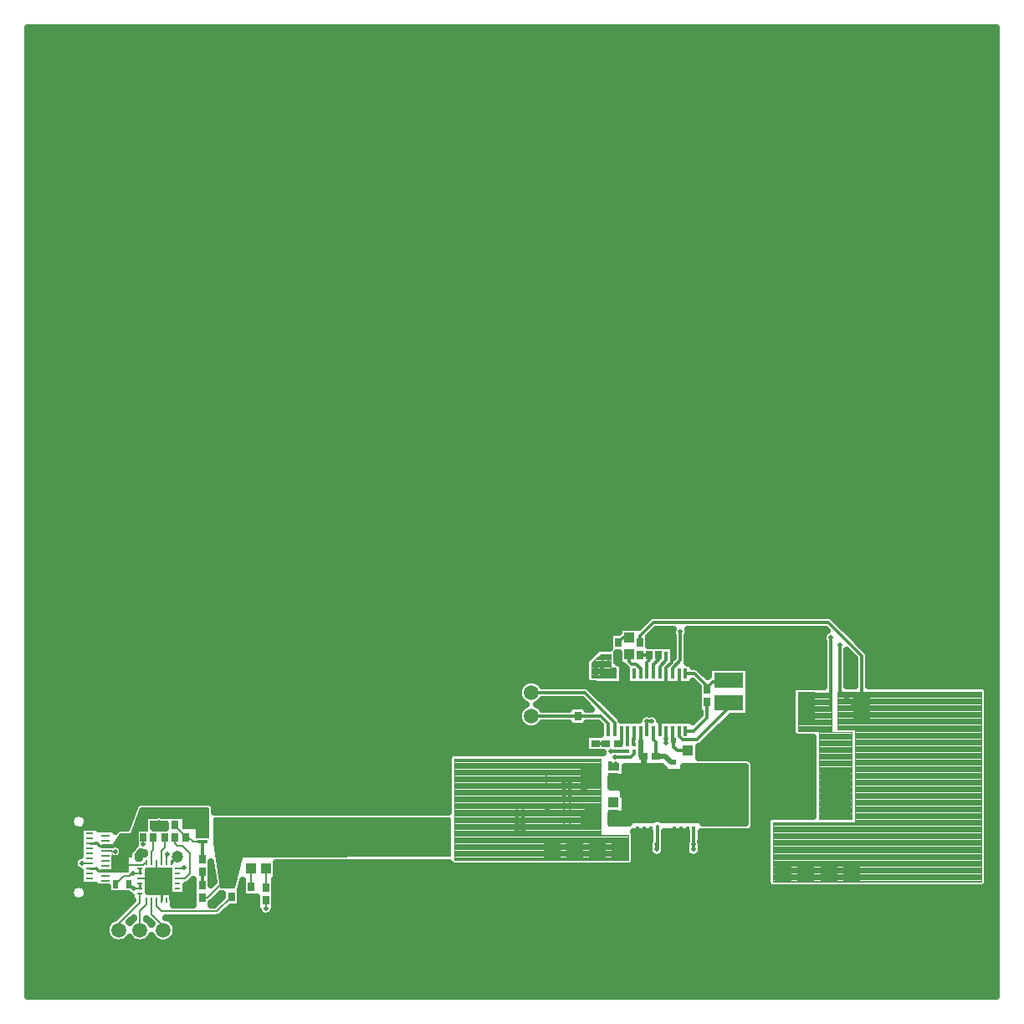
<source format=gbr>
G04 DipTrace 3.3.0.1*
G04 Top.gbr*
%MOIN*%
G04 #@! TF.FileFunction,Copper,L1,Top*
G04 #@! TF.Part,Single*
G04 #@! TA.AperFunction,Conductor*
%ADD10C,0.009843*%
G04 #@! TA.AperFunction,ViaPad*
%ADD14C,0.019685*%
G04 #@! TA.AperFunction,Conductor*
%ADD15C,0.011811*%
%ADD16C,0.023622*%
%ADD17C,0.007874*%
%ADD18C,0.01063*%
G04 #@! TA.AperFunction,CopperBalancing*
%ADD19C,0.025*%
%ADD20C,0.003937*%
%ADD21C,0.005*%
%ADD22R,0.070866X0.062992*%
%ADD23R,0.027559X0.035433*%
%ADD24R,0.035433X0.027559*%
%ADD25R,0.043307X0.03937*%
%ADD26R,0.014567X0.016142*%
%ADD27R,0.03937X0.043307*%
%ADD29R,0.023622X0.023622*%
%ADD31R,0.019685X0.033465*%
%ADD32R,0.015748X0.035433*%
%ADD33R,0.035433X0.015748*%
%ADD34R,0.122047X0.19685*%
%ADD35R,0.11811X0.059055*%
%ADD36R,0.029921X0.015945*%
%ADD37R,0.038976X0.015945*%
%ADD38R,0.067913X0.087992*%
%ADD39R,0.015945X0.029921*%
%ADD40R,0.015945X0.038976*%
%ADD41R,0.087992X0.067913*%
%ADD42R,0.016142X0.014567*%
%ADD43R,0.070866X0.125984*%
%ADD44C,0.059055*%
%ADD45C,0.047244*%
%ADD46R,0.015748X0.041339*%
%ADD47R,0.216535X0.098425*%
%ADD49R,0.023622X0.009843*%
%ADD50R,0.009843X0.023622*%
%ADD51R,0.106299X0.106299*%
%ADD52R,0.031496X0.01063*%
%ADD53R,0.035433X0.01063*%
G04 #@! TA.AperFunction,ComponentPad*
%ADD54O,0.102362X0.051181*%
%ADD55O,0.090551X0.047244*%
%ADD56O,0.043307X0.064961*%
%FSLAX26Y26*%
G04*
G70*
G90*
G75*
G01*
G04 Top*
%LPD*%
X2754331Y1214911D2*
D14*
X2774016D1*
X2899213Y1527903D2*
D15*
Y1490501D1*
X2900000D1*
X2918898Y1527903D2*
X2899213D1*
X3085039Y1018060D2*
X3085059Y1037745D1*
Y1070423D1*
X3085039Y1037745D2*
X3085059D1*
X2941358Y1090108D2*
Y1037745D1*
X2939370D1*
Y1018060D1*
X2976772Y1441289D2*
Y1459793D1*
Y1490501D1*
X2941358Y1090108D2*
Y1109073D1*
X3087028Y1090108D2*
Y1039734D1*
X3085039Y1037745D1*
X2941358Y1090108D2*
Y1039734D1*
X2939370Y1037745D1*
X2941358Y1090108D2*
Y1020049D1*
X2939370Y1018060D1*
X3087028Y1090108D2*
Y1020049D1*
X3085039Y1018060D1*
X2874409Y1490501D2*
Y1451131D1*
X2876772D1*
D14*
Y1388139D1*
X2884646D1*
D16*
Y1319241D1*
D14*
X2864961Y1299556D1*
X3002362Y1718848D2*
D15*
Y1740501D1*
X3033563Y1771702D1*
Y1884202D1*
X2502312Y1180707D2*
X2505438Y1183833D1*
X2772047Y1718848D2*
X2746457D1*
X2720866D2*
X2746457D1*
X2720866D2*
X2721063Y1762155D1*
X3140157Y1655856D2*
Y1661761D1*
X3137008D1*
Y1671604D1*
X3089764Y1718848D1*
X3053543D1*
X3226772Y1691289D2*
X3222835Y1687352D1*
X3163780D1*
X3140157Y1663730D1*
Y1661761D1*
X3226772Y1601131D2*
Y1581052D1*
X3100787Y1455068D1*
X3042913D1*
X3027953Y1470029D1*
Y1490501D1*
X2787008Y1791682D2*
Y1762549D1*
X2796457Y1753100D1*
Y1720029D1*
X2797638Y1718848D1*
X2823228D2*
X2797638D1*
X2823228D2*
Y1668651D1*
X2887205Y1604675D1*
X2976772Y1718848D2*
Y1624753D1*
X2956693Y1604675D1*
X2887205D1*
X2951181Y1490501D2*
Y1540698D1*
X2887205Y1604675D1*
X3027953Y1718848D2*
Y1662597D1*
X2970030Y1604675D1*
X2887205D1*
X964961Y817273D2*
D10*
Y882234D1*
D15*
X955118Y892076D1*
X1004331Y817273D2*
D17*
Y842864D1*
X982677Y864517D1*
X955118Y892076D1*
X978740Y1116486D2*
D15*
Y1124360D1*
X951181D1*
X943307Y1116486D1*
X931496D1*
X945276Y966879D2*
D17*
Y901919D1*
X955118Y892076D1*
X880315Y901919D2*
X945276D1*
X886220Y1002312D2*
Y994438D1*
X870472Y978690D1*
X955118Y1126328D2*
D15*
X951181Y1124360D1*
X955118Y892076D2*
D3*
X978740Y860580D2*
D17*
X982677Y864517D1*
X2976772Y1825147D2*
D15*
X2992520D1*
X2998425Y1819241D1*
Y1764123D1*
X2976772Y1742470D1*
Y1718848D1*
X3756299Y1583021D2*
Y1789714D1*
X3622441Y1923572D1*
X2925591D1*
X2872047Y1870029D1*
Y1842470D1*
X2848819Y1409793D2*
Y1399950D1*
X2835039Y1386171D1*
X2774016D1*
X3667717Y1831201D2*
Y1647982D1*
X3732677Y1583021D1*
X3756299D1*
X3053543Y1490501D2*
X3087008D1*
X3140157Y1543651D1*
Y1604675D1*
X2976772Y1800738D2*
Y1771997D1*
X2951181Y1746407D1*
Y1718848D1*
X2945276Y1791682D2*
Y1773966D1*
X2925984Y1754675D1*
Y1719241D1*
X2925591Y1718848D1*
X2874409D2*
Y1738927D1*
X2857087Y1756249D1*
X2839370D1*
X2830709Y1764911D1*
Y1794438D1*
Y1861367D2*
X2805512D1*
X2787008Y1842864D1*
X2821260Y1409793D2*
X2756299D1*
X3632283Y1862450D2*
Y1583021D1*
X3535827D1*
X3002362Y1490501D2*
Y1451131D1*
X3006299D1*
Y1427509D1*
X3022047Y1411761D1*
X3061417D1*
X2925591Y1490501D2*
Y1457430D1*
X2935827Y1447194D1*
Y1388139D1*
D14*
X2971260D1*
X2994882Y1364517D1*
X3006299D1*
X2772047Y1490501D2*
D15*
Y1523474D1*
X2652312Y1643209D1*
X2439814D1*
X2797638Y1490501D2*
Y1439320D1*
X2785827D1*
X2734646D2*
X2695276D1*
X2872047Y1791289D2*
X2909449D1*
Y1773178D1*
X2900000Y1763730D1*
Y1718848D1*
X2746457Y1490501D2*
Y1520423D1*
X2717323Y1549556D1*
X2624803D1*
X2439911D1*
X2439812Y1549458D1*
X2848819Y1490501D2*
Y1457037D1*
X2846850Y1455068D1*
Y1434202D1*
X2848819D1*
X2822441Y1455068D2*
X2821654D1*
Y1488927D1*
X2823228Y1490501D1*
X2822441Y1455068D2*
Y1434202D1*
X2821260D1*
X679528Y943257D2*
D18*
X705118D1*
D15*
X714961Y933415D1*
D18*
X742520D1*
X679528Y1041682D2*
X701181D1*
D15*
X709055D1*
X718898Y1031840D1*
D18*
X742520D1*
X905906Y966879D2*
D17*
X903937D1*
X894094Y957037D1*
X823228D1*
X880315Y921604D2*
D10*
Y941289D1*
X781890Y1010186D2*
D17*
X768110D1*
X766142Y1012155D1*
X742520D1*
X852756Y921604D2*
X880315D1*
Y941289D1*
X852756Y921604D2*
X846850D1*
X838976Y913730D1*
X817318D1*
X783853Y880265D1*
X880315Y882234D2*
D10*
Y862549D1*
X856693D2*
D17*
X880315D1*
X679528Y962942D2*
X648031D1*
X835039Y880265D2*
D15*
X838976D1*
D17*
X856693Y862549D1*
X1018110Y1116486D2*
Y1112549D1*
X1065354Y1065304D1*
X1063386D1*
X1073228D1*
X1090965Y1047568D1*
X1127559D1*
D15*
Y981446D1*
D17*
X1128346Y980659D1*
X1018110Y1065304D2*
Y1043651D1*
X1029921Y1031840D1*
X1049606D1*
X1079134Y1002312D1*
Y921604D1*
X1059449Y901919D1*
X1029921D1*
X1128346Y929478D2*
D15*
Y876328D1*
Y825147D2*
D17*
X1148031D1*
X1203150Y880265D1*
X1244488D1*
X945276Y817273D2*
Y791682D1*
X964961Y771997D1*
X1187402D1*
X1244488Y829084D1*
X978740Y1065304D2*
Y1025934D1*
X964961Y1012155D1*
Y966879D1*
X931496Y1065304D2*
Y1016092D1*
X925591Y1010186D1*
Y966879D1*
X894094Y1065304D2*
Y1037745D1*
X1055512Y947194D2*
Y941289D1*
X1029921D1*
X1382283Y943257D2*
Y866486D1*
Y815304D2*
Y783808D1*
X988583Y1000344D2*
X984646D1*
Y966879D1*
X1321260Y943257D2*
Y870423D1*
X1323228Y868454D1*
X880315Y842864D2*
Y807430D1*
X795669Y722785D1*
Y697194D1*
X1004331Y966879D2*
D10*
X1016858Y979407D1*
D15*
X1018827D1*
X1029921Y990501D1*
X925591Y817273D2*
D17*
Y760186D1*
X972835Y712942D1*
Y697194D1*
X905906Y817273D2*
Y799556D1*
X880315Y773966D1*
Y697194D1*
D14*
X2754331Y1214911D3*
X3033563Y1884202D3*
X2502312Y1180707D3*
X2721063Y1762155D3*
X2774016Y1386171D3*
X3667717Y1831201D3*
X2756299Y1409793D3*
X3632283Y1862450D3*
X1055512Y947194D3*
X2939370Y1018060D3*
X3085039D3*
X2939370Y1037745D3*
X3085039D3*
X2976772Y1459793D3*
Y1441289D3*
X2774016Y1214911D3*
X2775984Y1358612D3*
X2756299D3*
X2899213Y1527903D3*
X2918898D3*
X2896063Y1624458D3*
X2746063Y1761958D3*
X2696063Y1743209D3*
Y1711958D3*
X2499951Y1268701D3*
Y1293701D3*
Y1318701D3*
X2927312Y1624458D3*
X2958563D3*
X2989814D3*
X3021063D3*
X2896063Y1593207D3*
X2927314D3*
X2958563D3*
X2989814D3*
X3021063D3*
X781890Y1010186D3*
X648031Y962942D3*
X870472Y978690D3*
X894094Y1037745D3*
X856693Y862549D3*
X852756Y921604D3*
X988583Y1000344D3*
X1382283Y783808D3*
X955118Y1126328D3*
Y1104675D3*
X929528Y923572D3*
X955118Y892076D3*
X978740Y860580D3*
X2922638Y785777D3*
X2947638D3*
X2972638D3*
X2997638D3*
X3022638D3*
X3097638D3*
X3047638D3*
X3072638D3*
X2922638Y760778D3*
X2947638D3*
X2972638D3*
X3072638D3*
X2997638D3*
X3022638D3*
X3047638D3*
X3097638Y760776D3*
X2924606Y870423D3*
X2949606D3*
X2974606D3*
X2876920Y1263387D3*
X2901920D3*
X2926920D3*
X2951920D3*
X2976920D3*
X3051919D3*
X3001920D3*
X3026920D3*
X2876920Y1238387D3*
X2901920D3*
X2926920D3*
X3026920D3*
X2951920D3*
X2976920D3*
X3001920D3*
X3051919Y1238386D3*
X2928543Y962942D3*
X2953543D3*
X2978543D3*
X3003543D3*
X3028543D3*
X3103542D3*
X3053543D3*
X3078543D3*
X2928543Y937942D3*
X2953543D3*
X2978543D3*
X3078543D3*
X3003543D3*
X3028543D3*
X3053543D3*
X3103542Y937941D3*
X3443701Y1549950D3*
Y1574950D3*
Y1599950D3*
Y1624950D3*
Y1649950D3*
Y1724950D3*
Y1674950D3*
Y1699950D3*
X3468701Y1549950D3*
Y1574950D3*
Y1599950D3*
Y1699950D3*
Y1624950D3*
Y1649950D3*
Y1674950D3*
X3468702Y1724950D3*
X2518701Y799950D3*
X2543701D3*
X2568701D3*
X2593701Y799949D3*
X2618701Y799950D3*
X2693701D3*
X2643701D3*
X2668701D3*
X2518701Y774950D3*
X2543701D3*
X2568701D3*
X2668701D3*
X2593701D3*
X2618701D3*
X2643701D3*
X2693701Y774949D3*
X3490748Y742470D3*
X3515748D3*
X3540748D3*
X3565748D3*
X3590748D3*
X3665748D3*
X3615748D3*
X3640748D3*
X3490748Y717471D3*
X3515748D3*
X3540748D3*
X3640748D3*
X3565748D3*
X3590748D3*
X3615748D3*
X3665748Y717469D3*
X2568701Y1112451D3*
Y1137451D3*
Y1162450D3*
Y1187450D3*
Y1212450D3*
Y1287450D3*
Y1237450D3*
Y1262450D3*
X2593701Y1112451D3*
Y1137451D3*
Y1162450D3*
Y1262450D3*
Y1187450D3*
Y1212450D3*
Y1237450D3*
X2593702Y1287450D3*
X2381201Y1093699D3*
Y1118698D3*
Y1143698D3*
Y1168698D3*
Y1193698D3*
Y1268698D3*
Y1218698D3*
Y1243698D3*
X2406201Y1093699D3*
Y1118698D3*
Y1143698D3*
Y1243698D3*
Y1168698D3*
Y1193698D3*
Y1218698D3*
X2406202Y1268698D3*
X2999606Y870423D3*
X3024606D3*
X3099606D3*
X3049606D3*
X3074606D3*
X2924606Y845424D3*
X2949606D3*
X2974606D3*
X3074606D3*
X2999606D3*
X3024606D3*
X3049606D3*
X3099606Y845421D3*
X434703Y4267356D2*
D19*
X4289730D1*
X434703Y4242487D2*
X4289730D1*
X434703Y4217618D2*
X4289730D1*
X434703Y4192749D2*
X4289730D1*
X434703Y4167881D2*
X4289730D1*
X434703Y4143012D2*
X4289730D1*
X434703Y4118143D2*
X4289730D1*
X434703Y4093274D2*
X4289730D1*
X434703Y4068406D2*
X4289730D1*
X434703Y4043537D2*
X4289730D1*
X434703Y4018668D2*
X4289730D1*
X434703Y3993799D2*
X4289730D1*
X434703Y3968930D2*
X4289730D1*
X434703Y3944062D2*
X4289730D1*
X434703Y3919193D2*
X4289730D1*
X434703Y3894324D2*
X4289730D1*
X434703Y3869455D2*
X4289730D1*
X434703Y3844587D2*
X4289730D1*
X434703Y3819718D2*
X4289730D1*
X434703Y3794849D2*
X4289730D1*
X434703Y3769980D2*
X4289730D1*
X434703Y3745112D2*
X4289730D1*
X434703Y3720243D2*
X4289730D1*
X434703Y3695374D2*
X4289730D1*
X434703Y3670505D2*
X4289730D1*
X434703Y3645636D2*
X4289730D1*
X434703Y3620768D2*
X4289730D1*
X434703Y3595899D2*
X4289730D1*
X434703Y3571030D2*
X4289730D1*
X434703Y3546161D2*
X4289730D1*
X434703Y3521293D2*
X4289730D1*
X434703Y3496424D2*
X4289730D1*
X434703Y3471555D2*
X4289730D1*
X434703Y3446686D2*
X4289730D1*
X434703Y3421818D2*
X4289730D1*
X434703Y3396949D2*
X4289730D1*
X434703Y3372080D2*
X4289730D1*
X434703Y3347211D2*
X4289730D1*
X434703Y3322343D2*
X4289730D1*
X434703Y3297474D2*
X4289730D1*
X434703Y3272605D2*
X4289730D1*
X434703Y3247736D2*
X4289730D1*
X434703Y3222867D2*
X4289730D1*
X434703Y3197999D2*
X4289730D1*
X434703Y3173130D2*
X4289730D1*
X434703Y3148261D2*
X4289730D1*
X434703Y3123392D2*
X4289730D1*
X434703Y3098524D2*
X4289730D1*
X434703Y3073655D2*
X4289730D1*
X434703Y3048786D2*
X4289730D1*
X434703Y3023917D2*
X4289730D1*
X434703Y2999049D2*
X4289730D1*
X434703Y2974180D2*
X4289730D1*
X434703Y2949311D2*
X4289730D1*
X434703Y2924442D2*
X4289730D1*
X434703Y2899573D2*
X4289730D1*
X434703Y2874705D2*
X4289730D1*
X434703Y2849836D2*
X4289730D1*
X434703Y2824967D2*
X4289730D1*
X434703Y2800098D2*
X4289730D1*
X434703Y2775230D2*
X4289730D1*
X434703Y2750361D2*
X4289730D1*
X434703Y2725492D2*
X4289730D1*
X434703Y2700623D2*
X4289730D1*
X434703Y2675755D2*
X4289730D1*
X434703Y2650886D2*
X4289730D1*
X434703Y2626017D2*
X4289730D1*
X434703Y2601148D2*
X4289730D1*
X434703Y2576280D2*
X4289730D1*
X434703Y2551411D2*
X4289730D1*
X434703Y2526542D2*
X4289730D1*
X434703Y2501673D2*
X4289730D1*
X434703Y2476804D2*
X4289730D1*
X434703Y2451936D2*
X4289730D1*
X434703Y2427067D2*
X4289730D1*
X434703Y2402198D2*
X4289730D1*
X434703Y2377329D2*
X4289730D1*
X434703Y2352461D2*
X4289730D1*
X434703Y2327592D2*
X4289730D1*
X434703Y2302723D2*
X4289730D1*
X434703Y2277854D2*
X4289730D1*
X434703Y2252986D2*
X4289730D1*
X434703Y2228117D2*
X4289730D1*
X434703Y2203248D2*
X4289730D1*
X434703Y2178379D2*
X4289730D1*
X434703Y2153510D2*
X4289730D1*
X434703Y2128642D2*
X4289730D1*
X434703Y2103773D2*
X4289730D1*
X434703Y2078904D2*
X4289730D1*
X434703Y2054035D2*
X4289730D1*
X434703Y2029167D2*
X4289730D1*
X434703Y2004298D2*
X4289730D1*
X434703Y1979429D2*
X4289730D1*
X434703Y1954560D2*
X4289730D1*
X434703Y1929692D2*
X2890928D1*
X3657102D2*
X4289730D1*
X434703Y1904823D2*
X2866060D1*
X3681971D2*
X4289730D1*
X434703Y1879954D2*
X2749580D1*
X2922734D2*
X3000339D1*
X3066772D2*
X3604198D1*
X3706839D2*
X4289730D1*
X434703Y1855085D2*
X2749580D1*
X2909492D2*
X3003999D1*
X3063148D2*
X3599676D1*
X3731706D2*
X4289730D1*
X434703Y1830217D2*
X2749580D1*
X2982731D2*
X3003999D1*
X3063148D2*
X3602726D1*
X3756573D2*
X4289730D1*
X434703Y1805348D2*
X2688290D1*
X3063148D2*
X3602726D1*
X3780903D2*
X4289730D1*
X434703Y1780479D2*
X2663421D1*
X3063148D2*
X3602726D1*
X3697293D2*
X3724769D1*
X3785856D2*
X4289730D1*
X434703Y1755610D2*
X2653661D1*
X3085073D2*
X3602726D1*
X3697293D2*
X3726741D1*
X3785856D2*
X4289730D1*
X434703Y1730741D2*
X2653661D1*
X2803597D2*
X2817293D1*
X3118660D2*
X3144055D1*
X3309493D2*
X3602726D1*
X3697293D2*
X3726741D1*
X3785856D2*
X4289730D1*
X434703Y1705873D2*
X2653661D1*
X2803597D2*
X2817293D1*
X3309493D2*
X3602726D1*
X3697293D2*
X3726741D1*
X3785856D2*
X4289730D1*
X434703Y1681004D2*
X2403549D1*
X2476083D2*
X2664462D1*
X2803597D2*
X2817293D1*
X3309493D2*
X3602726D1*
X3697293D2*
X3726741D1*
X3785856D2*
X4289730D1*
X434703Y1656135D2*
X2388298D1*
X2680156D2*
X3102717D1*
X3309493D2*
X3476738D1*
X4257875D2*
X4289730D1*
X434703Y1631266D2*
X2388046D1*
X2705024D2*
X3102717D1*
X3309493D2*
X3476738D1*
X4258988D2*
X4289730D1*
X434703Y1606398D2*
X2402472D1*
X2477159D2*
X2648350D1*
X2729891D2*
X3102717D1*
X3309493D2*
X3476738D1*
X4258953D2*
X4289730D1*
X434703Y1581529D2*
X2398058D1*
X2481573D2*
X2587348D1*
X2662249D2*
X2673218D1*
X2754759D2*
X3102717D1*
X3309493D2*
X3476738D1*
X4258953D2*
X4289730D1*
X434703Y1556660D2*
X2387150D1*
X2779627D2*
X2885114D1*
X2932996D2*
X3110575D1*
X3309493D2*
X3476738D1*
X4258916D2*
X4289730D1*
X434703Y1531791D2*
X2389804D1*
X3218276D2*
X3476738D1*
X4258881D2*
X4289730D1*
X434703Y1506923D2*
X2409756D1*
X2469874D2*
X2714916D1*
X3193407D2*
X3476738D1*
X4258881D2*
X4289730D1*
X434703Y1482054D2*
X2714916D1*
X3168539D2*
X3477741D1*
X4258845D2*
X4289730D1*
X434703Y1457185D2*
X2653912D1*
X3143672D2*
X3561387D1*
X4258808D2*
X4289730D1*
X434703Y1432316D2*
X2653912D1*
X3117944D2*
X3561387D1*
X4258808D2*
X4289730D1*
X434703Y1407448D2*
X2653912D1*
X3106747D2*
X3561387D1*
X4258773D2*
X4289730D1*
X434703Y1382579D2*
X2107576D1*
X3106747D2*
X3561387D1*
X4258738D2*
X4289730D1*
X434703Y1357710D2*
X2107539D1*
X3327219D2*
X3561387D1*
X4258738D2*
X4289730D1*
X434703Y1332841D2*
X2107539D1*
X3327219D2*
X3561387D1*
X4258701D2*
X4289730D1*
X434703Y1307972D2*
X2107539D1*
X3327219D2*
X3561387D1*
X4258701D2*
X4289730D1*
X434703Y1283104D2*
X2107539D1*
X3327219D2*
X3561387D1*
X4258665D2*
X4289730D1*
X434703Y1258235D2*
X2107539D1*
X3327219D2*
X3561387D1*
X4258630D2*
X4289730D1*
X434703Y1233366D2*
X2107539D1*
X3327219D2*
X3561387D1*
X4258630D2*
X4289730D1*
X434703Y1208497D2*
X2107539D1*
X3327219D2*
X3561387D1*
X4258593D2*
X4289730D1*
X434703Y1183629D2*
X855325D1*
X1179551D2*
X2107539D1*
X3327219D2*
X3561387D1*
X4258558D2*
X4289730D1*
X434703Y1158760D2*
X618957D1*
X653490D2*
X846031D1*
X3327219D2*
X3561387D1*
X4258558D2*
X4289730D1*
X434703Y1133891D2*
X601085D1*
X671360D2*
X836773D1*
X3327219D2*
X3377087D1*
X4258522D2*
X4289730D1*
X434703Y1109022D2*
X607689D1*
X664720D2*
X827514D1*
X937441D2*
X980669D1*
X3327148D2*
X3376333D1*
X4258522D2*
X4289730D1*
X434703Y1084154D2*
X640127D1*
X2851575D2*
X2909731D1*
X2973007D2*
X3055385D1*
X3118660D2*
X3376333D1*
X4258486D2*
X4289730D1*
X434703Y1059285D2*
X640127D1*
X2852795D2*
X2909731D1*
X2973007D2*
X3055385D1*
X3118660D2*
X3376333D1*
X4258450D2*
X4289730D1*
X434703Y1034416D2*
X640127D1*
X2852795D2*
X2906035D1*
X2972684D2*
X3051724D1*
X3118374D2*
X3376333D1*
X4258450D2*
X4289730D1*
X434703Y1009547D2*
X640127D1*
X2852795D2*
X2907075D1*
X2971678D2*
X3052730D1*
X3117369D2*
X3376333D1*
X4258415D2*
X4289730D1*
X434703Y984678D2*
X623406D1*
X2852795D2*
X3376333D1*
X4258378D2*
X4289730D1*
X434703Y959810D2*
X614686D1*
X1425644D2*
X2113928D1*
X2846622D2*
X3376333D1*
X4258378D2*
X4289730D1*
X434703Y934941D2*
X632234D1*
X1425644D2*
X3376333D1*
X4258343D2*
X4289730D1*
X434703Y910072D2*
X640127D1*
X915802D2*
X994449D1*
X1425644D2*
X3376333D1*
X4258343D2*
X4289730D1*
X434703Y885203D2*
X640127D1*
X915802D2*
X994449D1*
X1080726D2*
X1090892D1*
X1419724D2*
X3376549D1*
X4258092D2*
X4289730D1*
X434703Y860335D2*
X604100D1*
X668308D2*
X750364D1*
X915802D2*
X994449D1*
X1065403D2*
X1090906D1*
X1419724D2*
X4289730D1*
X434703Y835466D2*
X602413D1*
X670031D2*
X839106D1*
X1013228D2*
X1090906D1*
X1196345D2*
X1207062D1*
X1419724D2*
X4289730D1*
X434703Y810597D2*
X845493D1*
X1013228D2*
X1090906D1*
X1171478D2*
X1188008D1*
X1281929D2*
X1344857D1*
X1419724D2*
X4289730D1*
X434703Y785728D2*
X820625D1*
X1239119D2*
X1344857D1*
X1419724D2*
X4289730D1*
X434703Y760860D2*
X795757D1*
X1214251D2*
X1358924D1*
X1405622D2*
X4289730D1*
X434703Y735991D2*
X760555D1*
X1007953D2*
X4289730D1*
X434703Y711122D2*
X744444D1*
X1024064D2*
X4289730D1*
X434703Y686253D2*
X743689D1*
X1024819D2*
X4289730D1*
X434703Y661385D2*
X757290D1*
X834058D2*
X841949D1*
X918673D2*
X934450D1*
X1011218D2*
X4289730D1*
X434703Y636516D2*
X4289730D1*
X434703Y611647D2*
X4289730D1*
X434703Y586778D2*
X4289730D1*
X434703Y561909D2*
X4289730D1*
X434703Y537041D2*
X4289730D1*
X434703Y512172D2*
X4289730D1*
X434703Y487303D2*
X4289730D1*
X434703Y462434D2*
X4289730D1*
X434703Y437566D2*
X4289730D1*
X3399965Y866978D2*
X3386713D1*
Y871678D1*
X3383908Y874396D1*
X3381144Y878531D1*
X3379424Y883199D1*
X3378839Y888139D1*
X3378904Y1129957D1*
X3379874Y1134836D1*
X3381957Y1139353D1*
X3385037Y1143260D1*
X3388944Y1146340D1*
X3393461Y1148423D1*
X3398340Y1149392D1*
X3563883Y1149458D1*
X3563878Y1467345D1*
X3498734Y1467437D1*
X3493854Y1468407D1*
X3489337Y1470490D1*
X3485430Y1473570D1*
X3482350Y1477476D1*
X3480268Y1481993D1*
X3479298Y1486873D1*
X3479232Y1667175D1*
X3605211D1*
X3605217Y1847308D1*
X3602797Y1852869D1*
X3601661Y1857600D1*
X3601280Y1862450D1*
X3601661Y1867301D1*
X3602797Y1872031D1*
X3604659Y1876526D1*
X3607201Y1880673D1*
X3610361Y1884373D1*
X3614060Y1887533D1*
X3617852Y1889875D1*
X3611230Y1896505D1*
X3062038D1*
X3063710Y1891440D1*
X3064471Y1886635D1*
Y1881769D1*
X3063710Y1876965D1*
X3062207Y1872337D1*
X3060626Y1869122D1*
X3060546Y1769579D1*
X3059882Y1765383D1*
X3058566Y1761336D1*
X3061253Y1760678D1*
X3082579D1*
Y1745930D1*
X3091887Y1745831D1*
X3096083Y1745167D1*
X3100122Y1743854D1*
X3103907Y1741927D1*
X3107343Y1739429D1*
X3142524Y1704366D1*
X3146207Y1707938D1*
X3146555Y1723277D1*
Y1741978D1*
X3306988D1*
Y1550442D1*
X3234466D1*
X3118366Y1434487D1*
X3114930Y1431990D1*
X3111146Y1430062D1*
X3107106Y1428749D1*
X3105013Y1428333D1*
X3104232Y1425049D1*
Y1381736D1*
X3305203Y1381676D1*
X3310083Y1380706D1*
X3314600Y1378623D1*
X3318507Y1375543D1*
X3321587Y1371636D1*
X3323669Y1367119D1*
X3324639Y1362240D1*
X3324705Y1140108D1*
X3324639Y1108920D1*
X3323669Y1104041D1*
X3321587Y1099524D1*
X3318507Y1095617D1*
X3314600Y1092537D1*
X3310083Y1090454D1*
X3305203Y1089484D1*
X3116196Y1088759D1*
X3116161Y1049458D1*
X3114115D1*
X3115661Y1042596D1*
X3116043Y1037745D1*
X3115661Y1032895D1*
X3114437Y1027924D1*
X3115661Y1022911D1*
X3116043Y1018060D1*
X3115661Y1013210D1*
X3114526Y1008479D1*
X3112664Y1003984D1*
X3110122Y999837D1*
X3106962Y996138D1*
X3103262Y992978D1*
X3099115Y990436D1*
X3094621Y988573D1*
X3089890Y987438D1*
X3085039Y987056D1*
X3080189Y987438D1*
X3075458Y988573D1*
X3070963Y990436D1*
X3066816Y992978D1*
X3063117Y996138D1*
X3059957Y999837D1*
X3057415Y1003984D1*
X3055552Y1008479D1*
X3054417Y1013210D1*
X3054035Y1018060D1*
X3054417Y1022911D1*
X3055642Y1027882D1*
X3054417Y1032895D1*
X3054035Y1037745D1*
X3054417Y1042596D1*
X3055552Y1047327D1*
X3057894Y1052676D1*
Y1088535D1*
X2970507Y1088245D1*
X2970492Y1049458D1*
X2968448D1*
X2969992Y1042596D1*
X2970374Y1037745D1*
X2969992Y1032895D1*
X2968768Y1027924D1*
X2969992Y1022911D1*
X2970374Y1018060D1*
X2969992Y1013210D1*
X2968857Y1008479D1*
X2966995Y1003984D1*
X2964453Y999837D1*
X2961293Y996138D1*
X2957593Y992978D1*
X2953446Y990436D1*
X2948951Y988573D1*
X2944220Y987438D1*
X2939370Y987056D1*
X2934520Y987438D1*
X2929789Y988573D1*
X2925294Y990436D1*
X2921147Y992978D1*
X2917448Y996138D1*
X2914287Y999837D1*
X2911745Y1003984D1*
X2909883Y1008479D1*
X2908748Y1013210D1*
X2908366Y1018060D1*
X2908748Y1022911D1*
X2909972Y1027882D1*
X2908748Y1032895D1*
X2908366Y1037745D1*
X2908748Y1042596D1*
X2909883Y1047327D1*
X2912224Y1052676D1*
Y1088033D1*
X2847425Y1087812D1*
X2849260Y1083655D1*
X2850230Y1078776D1*
X2850295Y961466D1*
X2845594D1*
X2842877Y958661D1*
X2838741Y955898D1*
X2834073Y954176D1*
X2829127Y953592D1*
X2129534Y953854D1*
X2124656Y954827D1*
X2120139Y956909D1*
X2116234Y959991D1*
X2113155Y963899D1*
X2111646Y966864D1*
X2109367Y967349D1*
X1423156Y965719D1*
X1423130Y900442D1*
X1417209D1*
X1417224Y776427D1*
X1412381D1*
X1410928Y771944D1*
X1408719Y767609D1*
X1405860Y763673D1*
X1402419Y760232D1*
X1398483Y757373D1*
X1394148Y755164D1*
X1389521Y753661D1*
X1384717Y752900D1*
X1379850D1*
X1375046Y753661D1*
X1370419Y755164D1*
X1366084Y757373D1*
X1362148Y760232D1*
X1358707Y763673D1*
X1355848Y767609D1*
X1353639Y771944D1*
X1352175Y776433D1*
X1347343Y776427D1*
Y829581D1*
X1288287Y829576D1*
Y894777D1*
X1279427Y859891D1*
X1279429Y790206D1*
X1241070D1*
X1203702Y752912D1*
X1200516Y750597D1*
X1197007Y748810D1*
X1193261Y747592D1*
X1189371Y746976D1*
X1058793Y746899D1*
X982755D1*
X988499Y745403D1*
X995846Y742358D1*
X1002629Y738202D1*
X1008677Y733037D1*
X1013843Y726988D1*
X1017999Y720206D1*
X1021043Y712858D1*
X1022899Y705123D1*
X1023524Y697194D1*
X1022899Y689265D1*
X1021043Y681530D1*
X1017999Y674182D1*
X1013843Y667400D1*
X1008677Y661352D1*
X1002629Y656186D1*
X995846Y652030D1*
X988499Y648986D1*
X980764Y647130D1*
X972835Y646505D1*
X964906Y647130D1*
X957171Y648986D1*
X949823Y652030D1*
X943041Y656186D1*
X936992Y661352D1*
X931827Y667400D1*
X927671Y674182D1*
X926596Y676512D1*
X923534Y670709D1*
X918860Y664274D1*
X913235Y658650D1*
X906801Y653975D1*
X899713Y650364D1*
X892148Y647906D1*
X884291Y646661D1*
X876339D1*
X868482Y647906D1*
X860917Y650364D1*
X853829Y653975D1*
X847395Y658650D1*
X841770Y664274D1*
X838020Y669327D1*
X834214Y664274D1*
X828589Y658650D1*
X822155Y653975D1*
X815067Y650364D1*
X807503Y647906D1*
X799646Y646661D1*
X791693D1*
X783836Y647906D1*
X776272Y650364D1*
X769184Y653975D1*
X762749Y658650D1*
X757125Y664274D1*
X752450Y670709D1*
X748839Y677797D1*
X746381Y685361D1*
X745136Y693218D1*
Y701171D1*
X746381Y709028D1*
X748839Y716592D1*
X752450Y723680D1*
X757125Y730114D1*
X762749Y735739D1*
X769184Y740413D1*
X776272Y744025D1*
X783882Y746492D1*
X854171Y816781D1*
X847343D1*
X847112Y833062D1*
X842617Y834924D1*
X838470Y837466D1*
X834770Y840626D1*
X833150Y842378D1*
X752849Y842371D1*
Y867598D1*
X703642Y867568D1*
Y877436D1*
X645638Y877411D1*
X651190Y875196D1*
X655601Y872492D1*
X659535Y869131D1*
X662896Y865197D1*
X665600Y860786D1*
X667579Y856005D1*
X668787Y850974D1*
X669193Y845816D1*
X668787Y840659D1*
X667579Y835627D1*
X665600Y830846D1*
X662896Y826436D1*
X659535Y822501D1*
X655601Y819140D1*
X651190Y816437D1*
X646409Y814458D1*
X641378Y813249D1*
X636220Y812844D1*
X631063Y813249D1*
X626031Y814458D1*
X621251Y816437D1*
X616840Y819140D1*
X612906Y822501D1*
X609545Y826436D1*
X606841Y830846D1*
X604862Y835627D1*
X603654Y840659D1*
X603248Y845816D1*
X603654Y850974D1*
X604862Y856005D1*
X606841Y860786D1*
X609545Y865197D1*
X612906Y869131D1*
X616840Y872492D1*
X621251Y875196D1*
X626031Y877175D1*
X631063Y878383D1*
X636220Y878789D1*
X642618Y878136D1*
Y932390D1*
X636167Y934298D1*
X631832Y936507D1*
X627896Y939366D1*
X624455Y942807D1*
X621596Y946743D1*
X619387Y951077D1*
X617885Y955705D1*
X617123Y960509D1*
Y965375D1*
X617885Y970180D1*
X619387Y974807D1*
X621596Y979142D1*
X624455Y983077D1*
X627896Y986518D1*
X631832Y989378D1*
X636167Y991587D1*
X640794Y993089D1*
X642613Y993451D1*
X642618Y1096955D1*
X636220Y1096308D1*
X631063Y1096714D1*
X626031Y1097923D1*
X621251Y1099902D1*
X616840Y1102605D1*
X612906Y1105966D1*
X609545Y1109900D1*
X606841Y1114311D1*
X604862Y1119092D1*
X603654Y1124123D1*
X603248Y1129281D1*
X603654Y1134438D1*
X604862Y1139470D1*
X606841Y1144251D1*
X609545Y1148661D1*
X612906Y1152596D1*
X616840Y1155957D1*
X621251Y1158660D1*
X626031Y1160639D1*
X631063Y1161848D1*
X636220Y1162253D1*
X641378Y1161848D1*
X646409Y1160639D1*
X651190Y1158660D1*
X655601Y1155957D1*
X659535Y1152596D1*
X662896Y1148661D1*
X665600Y1144251D1*
X667579Y1139470D1*
X668787Y1134438D1*
X669193Y1129281D1*
X668787Y1124123D1*
X667579Y1119092D1*
X665600Y1114311D1*
X662896Y1109900D1*
X660984Y1107533D1*
X716437Y1107529D1*
Y1097660D1*
X781398Y1097686D1*
Y1090832D1*
X791568Y1104182D1*
X828236D1*
X861459Y1193022D1*
X864223Y1197157D1*
X867877Y1200534D1*
X872217Y1202966D1*
X877004Y1204316D1*
X880315Y1204576D1*
X1157566Y1204510D1*
X1162445Y1203541D1*
X1166962Y1201458D1*
X1170869Y1198378D1*
X1173949Y1194471D1*
X1176031Y1189954D1*
X1177001Y1185075D1*
X1177067Y1167159D1*
X2110020Y1167175D1*
X2110105Y1382860D1*
X2111075Y1387739D1*
X2113157Y1392256D1*
X2116238Y1396163D1*
X2120144Y1399243D1*
X2124661Y1401325D1*
X2129541Y1402295D1*
X2342487Y1402361D1*
X2720348Y1402297D1*
X2725234Y1401327D1*
X2726152Y1402555D1*
X2725790Y1404374D1*
X2656398Y1404379D1*
Y1474261D1*
X2717406D1*
X2717421Y1511144D1*
X2706130Y1522471D1*
X2659728Y1522490D1*
X2659744Y1510678D1*
X2589862D1*
Y1522484D1*
X2482738Y1522490D1*
X2478357Y1516538D1*
X2472732Y1510913D1*
X2466298Y1506239D1*
X2459210Y1502627D1*
X2451646Y1500169D1*
X2443789Y1498925D1*
X2435836D1*
X2427979Y1500169D1*
X2420415Y1502627D1*
X2413327Y1506239D1*
X2406892Y1510913D1*
X2401268Y1516538D1*
X2396593Y1522972D1*
X2392982Y1530060D1*
X2390524Y1537625D1*
X2389280Y1545482D1*
Y1553434D1*
X2390524Y1561291D1*
X2392982Y1568856D1*
X2396593Y1575944D1*
X2401268Y1582378D1*
X2406892Y1588003D1*
X2413327Y1592677D1*
X2420517Y1596327D1*
X2413328Y1599990D1*
X2406894Y1604664D1*
X2401269Y1610289D1*
X2396594Y1616723D1*
X2392983Y1623811D1*
X2390525Y1631375D1*
X2389281Y1639232D1*
Y1647185D1*
X2390525Y1655042D1*
X2392983Y1662606D1*
X2396594Y1669694D1*
X2401269Y1676129D1*
X2406894Y1681753D1*
X2413328Y1686428D1*
X2420416Y1690039D1*
X2427980Y1692497D1*
X2435837Y1693741D1*
X2443790D1*
X2451647Y1692497D1*
X2459211Y1690039D1*
X2466299Y1686428D1*
X2472734Y1681753D1*
X2478358Y1676129D1*
X2482644Y1670276D1*
X2654436Y1670192D1*
X2658631Y1669528D1*
X2662671Y1668215D1*
X2666455Y1666287D1*
X2669891Y1663790D1*
X2742904Y1590895D1*
X2792629Y1541052D1*
X2795126Y1537617D1*
X2797056Y1533824D1*
X2798130Y1532332D1*
X2868550D1*
X2869726Y1537484D1*
X2871588Y1541979D1*
X2874130Y1546126D1*
X2877290Y1549825D1*
X2880990Y1552986D1*
X2885136Y1555528D1*
X2889631Y1557390D1*
X2894362Y1558525D1*
X2899213Y1558907D1*
X2904063Y1558525D1*
X2909034Y1557301D1*
X2914047Y1558525D1*
X2918898Y1558907D1*
X2923748Y1558525D1*
X2928479Y1557390D1*
X2932974Y1555528D1*
X2937121Y1552986D1*
X2940820Y1549825D1*
X2943980Y1546126D1*
X2946522Y1541979D1*
X2948385Y1537484D1*
X2949570Y1532328D1*
X3082579Y1532332D1*
Y1524329D1*
X3113110Y1554882D1*
X3113091Y1565791D1*
X3105217Y1565797D1*
Y1665098D1*
X3082573Y1687760D1*
X3082579Y1677017D1*
X2819783D1*
Y1737554D1*
X2810127Y1747332D1*
X2807626Y1750776D1*
X2801083Y1751492D1*
Y1677017D1*
X2691831D1*
Y1678273D1*
X2675652Y1678362D1*
X2670773Y1679332D1*
X2666256Y1681415D1*
X2662349Y1684495D1*
X2659269Y1688402D1*
X2657186Y1692919D1*
X2656217Y1697798D1*
Y1763618D1*
X2657186Y1768497D1*
X2659269Y1773016D1*
X2662349Y1776921D1*
X2701071Y1815550D1*
X2705206Y1818314D1*
X2709874Y1820035D1*
X2714814Y1820619D1*
X2752079D1*
X2752067Y1881741D1*
X2787933Y1881949D1*
X2789609Y1883270D1*
X2789862Y1904182D1*
X2867934D1*
X2908012Y1944154D1*
X2911448Y1946651D1*
X2915232Y1948579D1*
X2919272Y1949891D1*
X2923467Y1950555D1*
X3026640Y1950639D1*
X3624564Y1950555D1*
X3628760Y1949891D1*
X3632799Y1948579D1*
X3636584Y1946651D1*
X3640020Y1944154D1*
X3713033Y1871259D1*
X3776881Y1807293D1*
X3779378Y1803857D1*
X3781306Y1800072D1*
X3782618Y1796033D1*
X3783282Y1791837D1*
X3783366Y1688664D1*
Y1669466D1*
X4237014Y1670454D1*
X4241892Y1669479D1*
X4246408Y1667392D1*
X4250311Y1664310D1*
X4253387Y1660400D1*
X4255466Y1655881D1*
X4256432Y1651001D1*
X4256297Y1428867D1*
X4255741Y886479D1*
X4254772Y881600D1*
X4252689Y877083D1*
X4249609Y873176D1*
X4245702Y870096D1*
X4241185Y868013D1*
X4236306Y867043D1*
X4014173Y866978D1*
X3399993D1*
X2919521Y1830560D2*
X2980217D1*
Y1829160D1*
X3006004Y1829182D1*
Y1782425D1*
X3006496Y1790075D1*
Y1869056D1*
X3004076Y1874621D1*
X3002941Y1879352D1*
X3002559Y1884202D1*
X3002941Y1889052D1*
X3004076Y1893783D1*
X3005122Y1896508D1*
X2936802Y1896505D1*
X2906999Y1866702D1*
X2906988Y1830140D1*
X2910335Y1830560D1*
X2919521D1*
X2789832Y1803986D2*
X2779211D1*
X2779724Y1799451D1*
Y1764256D1*
X2783852Y1763333D1*
X2788374Y1761247D1*
X2789862Y1760810D1*
Y1803978D1*
X2599049Y1588434D2*
X2659744D1*
Y1576629D1*
X2680604Y1576623D1*
X2641085Y1616157D1*
X2482688Y1616142D1*
X2478358Y1610289D1*
X2472734Y1604664D1*
X2466299Y1599990D1*
X2459109Y1596340D1*
X2466298Y1592677D1*
X2472732Y1588003D1*
X2478357Y1582378D1*
X2482573Y1576629D1*
X2589871Y1576623D1*
X2589862Y1588434D1*
X2599049D1*
X782382Y1092366D2*
Y1104182D1*
X791568D1*
X1163287Y805211D2*
Y797101D1*
X1177000Y797096D1*
X1209567Y829657D1*
X1209547Y841412D1*
X1201175Y841387D1*
X1194913Y836535D1*
X1164325Y806058D1*
X1093406Y797070D2*
Y900356D1*
X1075749Y882833D1*
X1072563Y880518D1*
X1069054Y878731D1*
X1065308Y877513D1*
X1063367Y877129D1*
X1062858Y875836D1*
X1062894Y836466D1*
X1010755D1*
X1010892Y797096D1*
X1093390D1*
X1163287Y890626D2*
Y875913D1*
X1175780Y888390D1*
X1163290Y969668D1*
X1163252Y890600D1*
X952986Y1104182D2*
X983164D1*
X983169Y1118982D1*
X934957Y1118946D1*
X934941Y1104188D1*
X952986Y1104182D1*
X871949Y995797D2*
Y982160D1*
X879818Y982135D1*
X879823Y999852D1*
X900476D1*
X900492Y1007392D1*
X894094Y1006741D1*
X889244Y1007123D1*
X884513Y1008259D1*
X882828Y1008881D1*
X871944Y995825D1*
X836110Y727709D2*
X837965Y725062D1*
X841770Y730114D1*
X847395Y735739D1*
X853829Y740413D1*
X855227Y741196D1*
X855217Y746822D1*
X836125Y727745D1*
X926596Y717877D2*
X928529Y721739D1*
X906501Y743892D1*
X906801Y740413D1*
X913235Y735739D1*
X918860Y730114D1*
X923534Y723680D1*
X926554Y717877D1*
X913287Y933871D2*
Y850251D1*
X996924Y850245D1*
X996949Y928001D1*
Y933881D1*
X913293Y933907D1*
X3694790Y1669236D2*
X3729238Y1669318D1*
X3729232Y1778482D1*
X3694783Y1812828D1*
Y1669256D1*
X432209Y432185D2*
X4292198D1*
X4292224Y4292198D1*
X432211Y4292224D1*
X432185Y432211D1*
X2815413Y1323211D2*
X3288534D1*
X2759507Y1298343D2*
X3288534D1*
X2759507Y1273474D2*
X3288534D1*
X2806730Y1248605D2*
X3288534D1*
X2815413Y1223736D2*
X3288534D1*
X2815413Y1198867D2*
X3288534D1*
X2815413Y1173999D2*
X3288534D1*
X2759507Y1149130D2*
X3288534D1*
X2759507Y1124261D2*
X2826454D1*
X3123982D2*
X3288534D1*
X2960119Y1347867D2*
X2890157Y1348080D1*
X2812899D1*
X2812909Y1306450D1*
X2756966D1*
X2756988Y1266764D1*
X2793688Y1266627D1*
X2796516Y1265829D1*
X2799080Y1264394D1*
X2801238Y1262399D1*
X2802870Y1259955D1*
X2803887Y1257199D1*
X2804232Y1254277D1*
Y1235083D1*
X2806395Y1231396D1*
X2812909Y1229710D1*
Y1160781D1*
X2756966D1*
X2756988Y1121165D1*
X2828951Y1121409D1*
X2828942Y1136088D1*
X2923508D1*
X2928961Y1139005D1*
X2933795Y1140576D1*
X2938816Y1141371D1*
X2943900D1*
X2948921Y1140576D1*
X2953756Y1139005D1*
X2959203Y1136084D1*
X3121492Y1136088D1*
Y1122416D1*
X3291064Y1123037D1*
X3291043Y1348097D1*
X3044567Y1348080D1*
X3044602Y1326214D1*
X2967996D1*
Y1340029D1*
X2960131Y1347883D1*
X2747248Y1366617D2*
D20*
X2753980D1*
X2747248Y1362811D2*
X2758702D1*
X2747248Y1359005D2*
X2768122D1*
X2779913D2*
X2785823D1*
X2747248Y1355199D2*
X2785823D1*
X2747248Y1351394D2*
X2785823D1*
X2747248Y1347588D2*
X2785823D1*
X2747248Y1343782D2*
X2785823D1*
X2747248Y1339976D2*
X2785823D1*
X2747248Y1336171D2*
X2785823D1*
X2786223Y1361303D2*
X2783867Y1360264D1*
X2782005Y1359630D1*
X2780101Y1359130D1*
X2778167Y1358766D1*
X2776211Y1358541D1*
X2774245Y1358455D1*
X2772278Y1358509D1*
X2770320Y1358702D1*
X2768379Y1359033D1*
X2766469Y1359501D1*
X2764594Y1360104D1*
X2762769Y1360839D1*
X2761000Y1361701D1*
X2759295Y1362686D1*
X2757667Y1363790D1*
X2756119Y1365007D1*
X2754663Y1366329D1*
X2753303Y1367753D1*
X2752049Y1369269D1*
X2751222Y1370427D1*
X2746858Y1370423D1*
X2746850Y1334997D1*
X2786213Y1334990D1*
X2786220Y1361280D1*
X2746854Y1220948D2*
X2783230D1*
X2746854Y1217142D2*
X2783230D1*
X2746854Y1213336D2*
X2783230D1*
X2746854Y1209530D2*
X2783230D1*
X2746854Y1205724D2*
X2783230D1*
X2746854Y1201919D2*
X2783230D1*
X2746854Y1198113D2*
X2783230D1*
X2746854Y1194307D2*
X2783230D1*
X2746854Y1190501D2*
X2783230D1*
X2783622Y1189328D2*
Y1224745D1*
X2746465Y1224753D1*
X2746457Y1189328D1*
X2783619Y1189320D1*
X3502760Y1640239D2*
X3635823D1*
X3502760Y1636433D2*
X3635823D1*
X3502760Y1632627D2*
X3635823D1*
X3502760Y1628822D2*
X3635823D1*
X3502760Y1625016D2*
X3635823D1*
X3502760Y1621210D2*
X3635823D1*
X3502760Y1617404D2*
X3635823D1*
X3502760Y1613598D2*
X3635823D1*
X3502760Y1609793D2*
X3635823D1*
X3502760Y1605987D2*
X3635823D1*
X3502760Y1602181D2*
X3635823D1*
X3502760Y1598375D2*
X3635823D1*
X3502760Y1594570D2*
X3635823D1*
X3502760Y1590764D2*
X3635823D1*
X3502760Y1586958D2*
X3635823D1*
X3502760Y1583152D2*
X3635823D1*
X3502760Y1579346D2*
X3635823D1*
X3502760Y1575541D2*
X3635823D1*
X3502760Y1571735D2*
X3635823D1*
X3502760Y1567929D2*
X3635823D1*
X3502760Y1564123D2*
X3635823D1*
X3502760Y1560318D2*
X3635823D1*
X3502760Y1556512D2*
X3635823D1*
X3502760Y1552706D2*
X3635823D1*
X3502760Y1548900D2*
X3635823D1*
X3502760Y1545094D2*
X3635823D1*
X3502760Y1541289D2*
X3635823D1*
X3502760Y1537483D2*
X3635823D1*
X3502760Y1533677D2*
X3635823D1*
X3502760Y1529871D2*
X3635823D1*
X3502760Y1526066D2*
X3635823D1*
X3502760Y1522260D2*
X3635823D1*
X3502760Y1518454D2*
X3635823D1*
X3502760Y1514648D2*
X3635823D1*
X3502760Y1510843D2*
X3635823D1*
X3502760Y1507037D2*
X3635823D1*
X3502760Y1503231D2*
X3635823D1*
X3502760Y1499425D2*
X3635823D1*
X3502760Y1495619D2*
X3635823D1*
X3502760Y1491814D2*
X3635823D1*
X3587406Y1488008D2*
X3635823D1*
X3587406Y1484202D2*
X3714563D1*
X3587406Y1480396D2*
X3714563D1*
X3587406Y1476591D2*
X3714563D1*
X3587406Y1472785D2*
X3714563D1*
X3587406Y1468979D2*
X3714563D1*
X3587406Y1465173D2*
X3714563D1*
X3587406Y1461367D2*
X3714563D1*
X3587406Y1457562D2*
X3714563D1*
X3587406Y1453756D2*
X3714563D1*
X3587406Y1449950D2*
X3714563D1*
X3587406Y1446144D2*
X3714563D1*
X3587406Y1442339D2*
X3714563D1*
X3587406Y1438533D2*
X3714563D1*
X3587406Y1434727D2*
X3714563D1*
X3587406Y1430921D2*
X3714563D1*
X3587406Y1427115D2*
X3714563D1*
X3587406Y1423310D2*
X3714563D1*
X3587406Y1419504D2*
X3714563D1*
X3587406Y1415698D2*
X3714563D1*
X3587406Y1411892D2*
X3714563D1*
X3587406Y1408087D2*
X3714563D1*
X3587406Y1404281D2*
X3714563D1*
X3587406Y1400475D2*
X3714563D1*
X3587406Y1396669D2*
X3714563D1*
X3587406Y1392864D2*
X3714563D1*
X3587406Y1389058D2*
X3714563D1*
X3587406Y1385252D2*
X3714563D1*
X3587406Y1381446D2*
X3714563D1*
X3587406Y1377640D2*
X3714563D1*
X3587406Y1373835D2*
X3714563D1*
X3587406Y1370029D2*
X3714563D1*
X3587406Y1366223D2*
X3714563D1*
X3587406Y1362417D2*
X3714563D1*
X3587406Y1358612D2*
X3714563D1*
X3587406Y1354806D2*
X3714563D1*
X3587406Y1351000D2*
X3714563D1*
X3587406Y1347194D2*
X3714563D1*
X3587406Y1343388D2*
X3714563D1*
X3587406Y1339583D2*
X3714563D1*
X3587406Y1335777D2*
X3714563D1*
X3587406Y1331971D2*
X3714563D1*
X3587406Y1328165D2*
X3714563D1*
X3587406Y1324360D2*
X3714563D1*
X3587406Y1320554D2*
X3714563D1*
X3587406Y1316748D2*
X3714563D1*
X3587406Y1312942D2*
X3714563D1*
X3587406Y1309136D2*
X3714563D1*
X3587406Y1305331D2*
X3714563D1*
X3587406Y1301525D2*
X3714563D1*
X3587406Y1297719D2*
X3714563D1*
X3587406Y1293913D2*
X3714563D1*
X3587406Y1290108D2*
X3714563D1*
X3587406Y1286302D2*
X3714563D1*
X3587406Y1282496D2*
X3714563D1*
X3587406Y1278690D2*
X3714563D1*
X3587406Y1274885D2*
X3714563D1*
X3587406Y1271079D2*
X3714563D1*
X3587406Y1267273D2*
X3714563D1*
X3587406Y1263467D2*
X3714563D1*
X3587406Y1259661D2*
X3714563D1*
X3587406Y1255856D2*
X3714563D1*
X3587406Y1252050D2*
X3714563D1*
X3587406Y1248244D2*
X3714563D1*
X3587406Y1244438D2*
X3714563D1*
X3587406Y1240633D2*
X3714563D1*
X3587406Y1236827D2*
X3714563D1*
X3587406Y1233021D2*
X3714563D1*
X3587406Y1229215D2*
X3714563D1*
X3587406Y1225409D2*
X3714563D1*
X3587406Y1221604D2*
X3714563D1*
X3587406Y1217798D2*
X3714563D1*
X3587406Y1213992D2*
X3714563D1*
X3587406Y1210186D2*
X3714563D1*
X3587406Y1206381D2*
X3714563D1*
X3587406Y1202575D2*
X3714563D1*
X3587406Y1198769D2*
X3714563D1*
X3587406Y1194963D2*
X3714563D1*
X3587406Y1191157D2*
X3714563D1*
X3587406Y1187352D2*
X3714563D1*
X3587406Y1183546D2*
X3714563D1*
X3587406Y1179740D2*
X3714563D1*
X3587406Y1175934D2*
X3714563D1*
X3587406Y1172129D2*
X3714563D1*
X3587406Y1168323D2*
X3714563D1*
X3587406Y1164517D2*
X3714563D1*
X3587406Y1160711D2*
X3714563D1*
X3587406Y1156906D2*
X3714563D1*
X3587406Y1153100D2*
X3714563D1*
X3587406Y1149294D2*
X3714563D1*
X3587406Y1145488D2*
X3714563D1*
X3587406Y1141682D2*
X3714563D1*
X3636213Y1644045D2*
X3502370D1*
X3502362Y1490509D1*
X3585194Y1490495D1*
X3585793Y1490352D1*
X3586318Y1490030D1*
X3586718Y1489562D1*
X3586954Y1488992D1*
X3587008Y1488533D1*
Y1138147D1*
X3714953Y1138139D1*
X3714961Y1484588D1*
X3637881Y1484619D1*
X3637295Y1484810D1*
X3636797Y1485172D1*
X3636434Y1485671D1*
X3636244Y1486256D1*
X3636220Y1492470D1*
Y1644037D1*
X3658272Y1643585D2*
X4232965D1*
X3658272Y1639780D2*
X4232965D1*
X3658272Y1635974D2*
X4232965D1*
X3658272Y1632168D2*
X4232957D1*
X3658272Y1628362D2*
X4232957D1*
X3658272Y1624556D2*
X4232949D1*
X3658272Y1620751D2*
X4232949D1*
X3658272Y1616945D2*
X4232941D1*
X3658272Y1613139D2*
X4232941D1*
X3658272Y1609333D2*
X4232933D1*
X3658272Y1605528D2*
X4232933D1*
X3658272Y1601722D2*
X4232925D1*
X3658272Y1597916D2*
X4232925D1*
X3658272Y1594110D2*
X4232925D1*
X3658272Y1590304D2*
X4232917D1*
X3658272Y1586499D2*
X4232917D1*
X3658272Y1582693D2*
X4232911D1*
X3658272Y1578887D2*
X4232911D1*
X3658272Y1575081D2*
X4232903D1*
X3658272Y1571276D2*
X4232903D1*
X3658272Y1567470D2*
X4232895D1*
X3658272Y1563664D2*
X4232895D1*
X3658272Y1559858D2*
X4232895D1*
X3658272Y1556052D2*
X4232887D1*
X3658272Y1552247D2*
X4232887D1*
X3658272Y1548441D2*
X4232879D1*
X3658272Y1544635D2*
X4232879D1*
X3658272Y1540829D2*
X4232871D1*
X3658272Y1537024D2*
X4232871D1*
X3658272Y1533218D2*
X4232864D1*
X3658272Y1529412D2*
X4232864D1*
X3658272Y1525606D2*
X4232864D1*
X3658272Y1521801D2*
X4232857D1*
X3658272Y1517995D2*
X4232857D1*
X3658272Y1514189D2*
X4232849D1*
X3658272Y1510383D2*
X4232849D1*
X3658272Y1506577D2*
X4232841D1*
X3658272Y1502772D2*
X4232841D1*
X3658272Y1498966D2*
X4232833D1*
X3728999Y1495160D2*
X4232833D1*
X3729138Y1491354D2*
X4232825D1*
X3729138Y1487549D2*
X4232825D1*
X3729138Y1483743D2*
X4232825D1*
X3729138Y1479937D2*
X4232818D1*
X3729138Y1476131D2*
X4232818D1*
X3729138Y1472325D2*
X4232810D1*
X3729138Y1468520D2*
X4232810D1*
X3729138Y1464714D2*
X4232803D1*
X3729138Y1460908D2*
X4232803D1*
X3729138Y1457102D2*
X4232795D1*
X3729138Y1453297D2*
X4232795D1*
X3729138Y1449491D2*
X4232795D1*
X3729138Y1445685D2*
X4232787D1*
X3729138Y1441879D2*
X4232787D1*
X3729138Y1438073D2*
X4232780D1*
X3729138Y1434268D2*
X4232780D1*
X3729138Y1430462D2*
X4232772D1*
X3729138Y1426656D2*
X4232772D1*
X3729138Y1422850D2*
X4232764D1*
X3729138Y1419045D2*
X4232764D1*
X3729138Y1415239D2*
X4232764D1*
X3729138Y1411433D2*
X4232756D1*
X3729138Y1407627D2*
X4232756D1*
X3729138Y1403822D2*
X4232748D1*
X3729138Y1400016D2*
X4232748D1*
X3729138Y1396210D2*
X4232741D1*
X3729138Y1392404D2*
X4232741D1*
X3729138Y1388598D2*
X4232734D1*
X3729138Y1384793D2*
X4232734D1*
X3729138Y1380987D2*
X4232726D1*
X3729138Y1377181D2*
X4232726D1*
X3729138Y1373375D2*
X4232726D1*
X3729138Y1369570D2*
X4232718D1*
X3729138Y1365764D2*
X4232718D1*
X3729138Y1361958D2*
X4232710D1*
X3729138Y1358152D2*
X4232710D1*
X3729138Y1354346D2*
X4232702D1*
X3729138Y1350541D2*
X4232702D1*
X3729138Y1346735D2*
X4232694D1*
X3729138Y1342929D2*
X4232694D1*
X3729138Y1339123D2*
X4232694D1*
X3729138Y1335318D2*
X4232688D1*
X3729138Y1331512D2*
X4232688D1*
X3729138Y1327706D2*
X4232680D1*
X3729138Y1323900D2*
X4232680D1*
X3729138Y1320094D2*
X4232672D1*
X3729138Y1316289D2*
X4232672D1*
X3729138Y1312483D2*
X4232664D1*
X3729138Y1308677D2*
X4232664D1*
X3729138Y1304871D2*
X4232664D1*
X3729138Y1301066D2*
X4232656D1*
X3729138Y1297260D2*
X4232656D1*
X3729138Y1293454D2*
X4232648D1*
X3729138Y1289648D2*
X4232648D1*
X3729138Y1285843D2*
X4232640D1*
X3729138Y1282037D2*
X4232640D1*
X3729138Y1278231D2*
X4232634D1*
X3729138Y1274425D2*
X4232634D1*
X3729138Y1270619D2*
X4232634D1*
X3729138Y1266814D2*
X4232626D1*
X3729138Y1263008D2*
X4232626D1*
X3729138Y1259202D2*
X4232618D1*
X3729138Y1255396D2*
X4232618D1*
X3729138Y1251591D2*
X4232610D1*
X3729138Y1247785D2*
X4232610D1*
X3729138Y1243979D2*
X4232602D1*
X3729138Y1240173D2*
X4232602D1*
X3729138Y1236367D2*
X4232594D1*
X3729138Y1232562D2*
X4232594D1*
X3729138Y1228756D2*
X4232594D1*
X3729138Y1224950D2*
X4232587D1*
X3729138Y1221144D2*
X4232587D1*
X3729138Y1217339D2*
X4232580D1*
X3729138Y1213533D2*
X4232580D1*
X3729138Y1209727D2*
X4232572D1*
X3729138Y1205921D2*
X4232572D1*
X3729138Y1202115D2*
X4232564D1*
X3729138Y1198310D2*
X4232564D1*
X3729138Y1194504D2*
X4232564D1*
X3729138Y1190698D2*
X4232556D1*
X3729138Y1186892D2*
X4232556D1*
X3729138Y1183087D2*
X4232549D1*
X3729138Y1179281D2*
X4232549D1*
X3729138Y1175475D2*
X4232541D1*
X3729138Y1171669D2*
X4232541D1*
X3729138Y1167864D2*
X4232533D1*
X3729138Y1164058D2*
X4232533D1*
X3729138Y1160252D2*
X4232533D1*
X3729138Y1156446D2*
X4232526D1*
X3729138Y1152640D2*
X4232526D1*
X3729138Y1148835D2*
X4232518D1*
X3729138Y1145029D2*
X4232518D1*
X3729138Y1141223D2*
X4232510D1*
X3729138Y1137417D2*
X4232510D1*
X3729138Y1133612D2*
X4232503D1*
X3729138Y1129806D2*
X4232503D1*
X3402366Y1126000D2*
X4232495D1*
X3402366Y1122194D2*
X4232495D1*
X3402366Y1118388D2*
X4232495D1*
X3402366Y1114583D2*
X4232487D1*
X3402366Y1110777D2*
X4232487D1*
X3402366Y1106971D2*
X4232479D1*
X3402366Y1103165D2*
X4232479D1*
X3402366Y1099360D2*
X4232472D1*
X3402366Y1095554D2*
X4232472D1*
X3402366Y1091748D2*
X4232465D1*
X3402366Y1087942D2*
X4232465D1*
X3402366Y1084136D2*
X4232465D1*
X3402366Y1080331D2*
X4232457D1*
X3402366Y1076525D2*
X4232457D1*
X3402366Y1072719D2*
X4232449D1*
X3402366Y1068913D2*
X4232449D1*
X3402366Y1065108D2*
X4232441D1*
X3402366Y1061302D2*
X4232441D1*
X3402366Y1057496D2*
X4232433D1*
X3402366Y1053690D2*
X4232433D1*
X3402366Y1049885D2*
X4232433D1*
X3402366Y1046079D2*
X4232425D1*
X3402366Y1042273D2*
X4232425D1*
X3402366Y1038467D2*
X4232419D1*
X3402366Y1034661D2*
X4232419D1*
X3402366Y1030856D2*
X4232411D1*
X3402366Y1027050D2*
X4232411D1*
X3402366Y1023244D2*
X4232403D1*
X3402366Y1019438D2*
X4232403D1*
X3402366Y1015633D2*
X4232395D1*
X3402366Y1011827D2*
X4232395D1*
X3402366Y1008021D2*
X4232395D1*
X3402366Y1004215D2*
X4232387D1*
X3402366Y1000409D2*
X4232387D1*
X3402366Y996604D2*
X4232379D1*
X3402366Y992798D2*
X4232379D1*
X3402366Y988992D2*
X4232371D1*
X3402366Y985186D2*
X4232371D1*
X3402366Y981381D2*
X4232365D1*
X3402366Y977575D2*
X4232365D1*
X3402366Y973769D2*
X4232365D1*
X3402366Y969963D2*
X4232357D1*
X3402366Y966157D2*
X4232357D1*
X3402366Y962352D2*
X4232349D1*
X3402366Y958546D2*
X4232349D1*
X3402366Y954740D2*
X4232341D1*
X3402366Y950934D2*
X4232341D1*
X3402366Y947129D2*
X4232333D1*
X3402366Y943323D2*
X4232333D1*
X3402366Y939517D2*
X4232333D1*
X3402366Y935711D2*
X4232325D1*
X3402366Y931906D2*
X4232325D1*
X3402366Y928100D2*
X4232318D1*
X3402366Y924294D2*
X4232318D1*
X3402366Y920488D2*
X4232311D1*
X3402366Y916682D2*
X4232311D1*
X3402366Y912877D2*
X4232303D1*
X3402366Y909071D2*
X4232303D1*
X3402366Y905265D2*
X4232303D1*
X3402366Y901459D2*
X4232295D1*
X3402366Y897654D2*
X4232295D1*
X3402366Y893848D2*
X4232287D1*
X4233364Y1647386D2*
X3657874Y1646013D1*
Y1496415D1*
X3727080Y1496383D1*
X3727665Y1496193D1*
X3728164Y1495831D1*
X3728526Y1495332D1*
X3728717Y1494747D1*
X3728740Y1488533D1*
X3728717Y1127988D1*
X3728526Y1127403D1*
X3728164Y1126904D1*
X3727665Y1126542D1*
X3727080Y1126352D1*
X3720866Y1126328D1*
X3401976D1*
X3401969Y890115D1*
X4232678Y890109D1*
X4233365Y1647391D1*
X2133567Y1375425D2*
X2716341D1*
X2133567Y1371619D2*
X2716341D1*
X2133567Y1367814D2*
X2716349D1*
X2133567Y1364008D2*
X2716349D1*
X2133567Y1360202D2*
X2716349D1*
X2133567Y1356396D2*
X2716356D1*
X2133567Y1352591D2*
X2716356D1*
X2133567Y1348785D2*
X2716356D1*
X2133567Y1344979D2*
X2716364D1*
X2133567Y1341173D2*
X2716364D1*
X2133567Y1337367D2*
X2716364D1*
X2133567Y1333562D2*
X2716371D1*
X2133567Y1329756D2*
X2716371D1*
X2133567Y1325950D2*
X2716371D1*
X2133567Y1322144D2*
X2716379D1*
X2133567Y1318339D2*
X2716379D1*
X2133567Y1314533D2*
X2716379D1*
X2133567Y1310727D2*
X2716387D1*
X2133567Y1306921D2*
X2716387D1*
X2133567Y1303115D2*
X2716387D1*
X2133567Y1299310D2*
X2716395D1*
X2133567Y1295504D2*
X2716395D1*
X2133567Y1291698D2*
X2716395D1*
X2133567Y1287892D2*
X2716403D1*
X2133567Y1284087D2*
X2716403D1*
X2133567Y1280281D2*
X2716403D1*
X2133567Y1276475D2*
X2716403D1*
X2133567Y1272669D2*
X2716409D1*
X2133567Y1268864D2*
X2716409D1*
X2133567Y1265058D2*
X2716409D1*
X2133567Y1261252D2*
X2716417D1*
X2133567Y1257446D2*
X2716417D1*
X2133567Y1253640D2*
X2716417D1*
X2133567Y1249835D2*
X2716425D1*
X2133567Y1246029D2*
X2716425D1*
X2133567Y1242223D2*
X2716425D1*
X2133567Y1238417D2*
X2716433D1*
X2133567Y1234612D2*
X2716433D1*
X2133567Y1230806D2*
X2716433D1*
X2133567Y1227000D2*
X2716441D1*
X2133567Y1223194D2*
X2716441D1*
X2133567Y1219388D2*
X2716441D1*
X2133567Y1215583D2*
X2716449D1*
X2133567Y1211777D2*
X2716449D1*
X2133567Y1207971D2*
X2716449D1*
X2133567Y1204165D2*
X2716457D1*
X2133567Y1200360D2*
X2716457D1*
X2133567Y1196554D2*
X2716457D1*
X2133567Y1192748D2*
X2716465D1*
X2133567Y1188942D2*
X2716465D1*
X2133567Y1185136D2*
X2716465D1*
X2133567Y1181331D2*
X2716471D1*
X2133567Y1177525D2*
X2716471D1*
X2133567Y1173719D2*
X2716471D1*
X2133567Y1169913D2*
X2716471D1*
X2133567Y1166108D2*
X2716479D1*
X2133567Y1162302D2*
X2716479D1*
X2133567Y1158496D2*
X2716479D1*
X2133567Y1154690D2*
X2716487D1*
X2133567Y1150885D2*
X2716487D1*
X2133567Y1147079D2*
X2716487D1*
X2133567Y1143273D2*
X2716495D1*
X2133567Y1139467D2*
X2716495D1*
X2133567Y1135661D2*
X2716495D1*
X2133567Y1131856D2*
X2716503D1*
X2133567Y1128050D2*
X2716503D1*
X2133567Y1124244D2*
X2716503D1*
X2133567Y1120438D2*
X2716510D1*
X2133567Y1116633D2*
X2716510D1*
X2133567Y1112827D2*
X2716510D1*
X2133567Y1109021D2*
X2716518D1*
X2133567Y1105215D2*
X2716518D1*
X2133567Y1101409D2*
X2716518D1*
X2133567Y1097604D2*
X2716525D1*
X2133567Y1093798D2*
X2716525D1*
X2133567Y1089992D2*
X2716525D1*
X2133567Y1086186D2*
X2716533D1*
X2133567Y1082381D2*
X2716533D1*
X2133567Y1078575D2*
X2716533D1*
X2133567Y1074769D2*
X2826769D1*
X2133567Y1070963D2*
X2826769D1*
X2133567Y1067157D2*
X2826769D1*
X2133567Y1063352D2*
X2826769D1*
X2133567Y1059546D2*
X2826769D1*
X2133567Y1055740D2*
X2826769D1*
X2133567Y1051934D2*
X2826769D1*
X2133567Y1048129D2*
X2826769D1*
X2133567Y1044323D2*
X2826769D1*
X2133567Y1040517D2*
X2826769D1*
X2133567Y1036711D2*
X2826769D1*
X2133567Y1032906D2*
X2826769D1*
X2133567Y1029100D2*
X2826769D1*
X2133567Y1025294D2*
X2826769D1*
X2133567Y1021488D2*
X2826769D1*
X2133567Y1017682D2*
X2826769D1*
X2133567Y1013877D2*
X2826769D1*
X2133567Y1010071D2*
X2826769D1*
X2133567Y1006265D2*
X2826769D1*
X2133567Y1002459D2*
X2826769D1*
X2133567Y998654D2*
X2826769D1*
X2133567Y994848D2*
X2826769D1*
X2133567Y991042D2*
X2826769D1*
X2133567Y987236D2*
X2826769D1*
X2133567Y983430D2*
X2826769D1*
X2133567Y979625D2*
X2826769D1*
X2716740Y1379231D2*
X2133171D1*
X2133169Y976919D1*
X2827168Y976723D1*
X2827165Y1075139D1*
X2718744Y1075152D1*
X2718146Y1075297D1*
X2717621Y1075618D1*
X2717219Y1076085D1*
X2716984Y1076655D1*
X2716929Y1077114D1*
X2716734Y1379226D1*
X2712220Y1793684D2*
X2756201D1*
X2708413Y1789878D2*
X2756201D1*
X2704608Y1786072D2*
X2756201D1*
X2700802Y1782266D2*
X2756201D1*
X2696995Y1778461D2*
X2756201D1*
X2693189Y1774655D2*
X2756201D1*
X2689382Y1770849D2*
X2756201D1*
X2685576Y1767043D2*
X2756201D1*
X2681770Y1763238D2*
X2756201D1*
X2679678Y1759432D2*
X2756201D1*
X2679678Y1755626D2*
X2756201D1*
X2679678Y1751820D2*
X2756201D1*
X2679678Y1748014D2*
X2756201D1*
X2679678Y1744209D2*
X2756201D1*
X2679678Y1740403D2*
X2774948D1*
X2679678Y1736597D2*
X2774948D1*
X2679678Y1732791D2*
X2774948D1*
X2679678Y1728986D2*
X2774948D1*
X2679678Y1725180D2*
X2774948D1*
X2679678Y1721374D2*
X2774948D1*
X2679678Y1717568D2*
X2774948D1*
X2679678Y1713762D2*
X2774948D1*
X2679678Y1709957D2*
X2774948D1*
X2679678Y1706151D2*
X2774948D1*
X2679678Y1702345D2*
X2774948D1*
X2679289Y1701427D2*
X2775345D1*
X2775344Y1741235D1*
X2758255Y1741262D1*
X2757669Y1741453D1*
X2757171Y1741815D1*
X2756808Y1742314D1*
X2756618Y1742899D1*
X2756594Y1749113D1*
Y1797487D1*
X2715633Y1797490D1*
X2679282Y1761144D1*
X2679281Y1701434D1*
X880740Y1176046D2*
D21*
X1152904D1*
X878924Y1171177D2*
X1152904D1*
X877108Y1166308D2*
X1152904D1*
X875291Y1161440D2*
X1152904D1*
X873484Y1156571D2*
X1152904D1*
X871668Y1151702D2*
X1152904D1*
X869852Y1146833D2*
X1152904D1*
X868045Y1141965D2*
X908335D1*
X1051776D2*
X1152904D1*
X866228Y1137096D2*
X908335D1*
X1052606D2*
X1152904D1*
X864412Y1132227D2*
X908335D1*
X1052606D2*
X1152904D1*
X862596Y1127358D2*
X908335D1*
X1052606D2*
X1152904D1*
X860789Y1122490D2*
X908335D1*
X1052606D2*
X1152904D1*
X858972Y1117621D2*
X908335D1*
X1052606D2*
X1152904D1*
X857156Y1112752D2*
X908335D1*
X1052606D2*
X1152904D1*
X855340Y1107883D2*
X908335D1*
X1052606D2*
X1152904D1*
X853533Y1103014D2*
X908335D1*
X1052606D2*
X1152904D1*
X852293Y1098146D2*
X908335D1*
X1105760D2*
X1152904D1*
X849900Y1093277D2*
X908335D1*
X1105760D2*
X1152904D1*
X848084Y1088408D2*
X870932D1*
X1105760D2*
X1152904D1*
X846277Y1083539D2*
X870932D1*
X1105760D2*
X1152904D1*
X802224Y1078671D2*
X870932D1*
X1105760D2*
X1152904D1*
X799051Y1073802D2*
X870932D1*
X1105760D2*
X1152904D1*
X795867Y1068933D2*
X870932D1*
X1105760D2*
X1152904D1*
X792693Y1064064D2*
X870932D1*
X789520Y1059196D2*
X870932D1*
X786346Y1054327D2*
X870932D1*
X783172Y1049458D2*
X870932D1*
X779999Y1044589D2*
X870932D1*
X776824Y1039720D2*
X870932D1*
X729773Y1034852D2*
X871411D1*
X729773Y1029983D2*
X869106D1*
X793689Y1025114D2*
X865052D1*
X798182Y1020245D2*
X860991D1*
X800379Y1015377D2*
X856938D1*
X801112Y1010508D2*
X852875D1*
X800555Y1005639D2*
X848823D1*
X798572Y1000770D2*
X844760D1*
X794491Y995902D2*
X840707D1*
X771112Y991033D2*
X836644D1*
X771112Y986164D2*
X832592D1*
X771112Y981295D2*
X832035D1*
X771112Y976427D2*
X832035D1*
X771112Y971558D2*
X832035D1*
X771112Y966689D2*
X832035D1*
X771112Y961820D2*
X832035D1*
X771112Y956951D2*
X832035D1*
X771112Y952083D2*
X832035D1*
X771112Y947214D2*
X832035D1*
X771112Y942345D2*
X832035D1*
X770301Y937476D2*
X832035D1*
X721903Y932608D2*
X832035D1*
X851794Y1099701D2*
Y1097762D1*
X851081D1*
X845091Y1081793D1*
X844605Y1081180D1*
X843953Y1080747D1*
X843199Y1080537D1*
X802923Y1080521D1*
X773902Y1036068D1*
X773293Y1035577D1*
X772562Y1035299D1*
X769547Y1035245D1*
X729269D1*
X729272Y1026466D1*
X768501Y1026436D1*
X769117Y1026350D1*
X769245Y1026193D1*
X769878Y1025734D1*
X770340Y1025097D1*
X770885Y1025335D1*
X773390Y1026869D1*
X776104Y1027993D1*
X778961Y1028680D1*
X781890Y1028909D1*
X784819Y1028680D1*
X787676Y1027993D1*
X790390Y1026869D1*
X792895Y1025335D1*
X795130Y1023427D1*
X797038Y1021192D1*
X798572Y1018686D1*
X799697Y1015972D1*
X800383Y1013115D1*
X800613Y1010186D1*
X800383Y1007257D1*
X799697Y1004400D1*
X798572Y1001686D1*
X797038Y999181D1*
X795130Y996946D1*
X792895Y995038D1*
X790390Y993504D1*
X787676Y992379D1*
X784819Y991693D1*
X781890Y991463D1*
X778961Y991693D1*
X776104Y992379D1*
X773390Y993504D1*
X770885Y995038D1*
X770609Y995256D1*
X770580Y938929D1*
X770337Y938185D1*
X769878Y937552D1*
X769245Y937093D1*
X768501Y936850D1*
X760235Y936820D1*
X721399D1*
X721398Y930013D1*
X832541Y930009D1*
X832570Y984987D1*
X832812Y985731D1*
X834719Y988117D1*
X871908Y1032744D1*
X871909Y1038705D1*
X871434Y1038706D1*
Y1091902D1*
X908845D1*
X908836Y1143083D1*
X946756D1*
X949332Y1144135D1*
X952189Y1144822D1*
X955118Y1145051D1*
X958047Y1144822D1*
X960904Y1144135D1*
X963457Y1143085D1*
X1040772Y1143083D1*
Y1142605D1*
X1049997Y1142577D1*
X1050741Y1142335D1*
X1051374Y1141875D1*
X1051833Y1141243D1*
X1052076Y1140499D1*
X1052106Y1132608D1*
Y1101270D1*
X1103147Y1101239D1*
X1103891Y1100996D1*
X1104524Y1100537D1*
X1104983Y1099904D1*
X1105226Y1099160D1*
X1105256Y1091269D1*
Y1064424D1*
X1153399Y1064421D1*
X1153406Y1180913D1*
X882049Y1180915D1*
X851794Y1099696D1*
X1176627Y1138644D2*
X2115500D1*
X1176627Y1133776D2*
X2115500D1*
X1176627Y1128907D2*
X2115500D1*
X1176627Y1124038D2*
X2115500D1*
X1176627Y1119169D2*
X2115500D1*
X1176627Y1114301D2*
X2115500D1*
X1176627Y1109432D2*
X2115500D1*
X1176627Y1104563D2*
X2115500D1*
X1176627Y1099694D2*
X2115500D1*
X1176627Y1094825D2*
X2115500D1*
X1176627Y1089957D2*
X2115500D1*
X1176627Y1085088D2*
X2115500D1*
X1176627Y1080219D2*
X2115500D1*
X1176627Y1075350D2*
X2115500D1*
X1176627Y1070482D2*
X2115500D1*
X1176627Y1065613D2*
X2115500D1*
X1176627Y1060744D2*
X2115500D1*
X1176627Y1055875D2*
X2115500D1*
X1176627Y1051007D2*
X2115500D1*
X1176627Y1046138D2*
X2115500D1*
X1176715Y1041269D2*
X2115500D1*
X1177467Y1036400D2*
X2115500D1*
X1178209Y1031531D2*
X2115500D1*
X1178961Y1026663D2*
X2115500D1*
X1179713Y1021794D2*
X2115500D1*
X1180465Y1016925D2*
X2115500D1*
X1181207Y1012056D2*
X2115500D1*
X1181959Y1007188D2*
X2115500D1*
X1182711Y1002319D2*
X2115500D1*
X1183453Y997450D2*
X2115500D1*
X1184205Y992581D2*
X2115500D1*
X1184957Y987713D2*
X1287043D1*
X1185699Y982844D2*
X1285744D1*
X1186451Y977975D2*
X1284504D1*
X1187203Y973106D2*
X1283264D1*
X1187955Y968238D2*
X1282033D1*
X1188697Y963369D2*
X1280793D1*
X1189449Y958500D2*
X1279552D1*
X1190201Y953631D2*
X1278323D1*
X1190944Y948762D2*
X1277081D1*
X1191696Y943894D2*
X1275852D1*
X1192448Y939025D2*
X1274612D1*
X1193189Y934156D2*
X1273371D1*
X1193941Y929287D2*
X1272140D1*
X1194693Y924419D2*
X1270900D1*
X1195445Y919550D2*
X1269660D1*
X1196188Y914681D2*
X1268429D1*
X1196940Y909812D2*
X1267189D1*
X1197692Y904944D2*
X1265959D1*
X1198433Y900075D2*
X1264719D1*
X1199185Y895206D2*
X1263479D1*
X1199937Y890337D2*
X1262248D1*
X1200680Y885469D2*
X1261008D1*
X1201432Y880600D2*
X1259777D1*
X1202184Y875731D2*
X1258537D1*
X1202936Y870862D2*
X1257297D1*
X1203677Y865993D2*
X1256067D1*
X1176122Y1130256D2*
Y1041873D1*
X1203325Y865054D1*
X1256320Y865049D1*
X1287451Y987516D1*
X1287858Y988184D1*
X1288453Y988693D1*
X1289175Y988993D1*
X1289757Y989064D1*
X2116004Y991033D1*
Y1143504D1*
X1176131Y1143513D1*
X1176122Y1130264D1*
D22*
X3443307Y809399D3*
Y919635D3*
X3533858Y809399D3*
Y919635D3*
X3624412Y809399D3*
Y919635D3*
X3714961Y809399D3*
Y919635D3*
X2522049Y903887D3*
Y1014123D3*
X2612597Y903887D3*
Y1014123D3*
X2703150Y903887D3*
Y1014123D3*
X2793701Y903887D3*
Y1014123D3*
D23*
X3140157Y1655856D3*
Y1604675D3*
X2945276Y1842864D3*
Y1791682D3*
X2787008D3*
Y1842864D3*
D24*
X2884646Y1388139D3*
X2935827D3*
D25*
X3128346Y1411761D3*
X3061417D3*
D24*
X2644094Y1439320D3*
X2695276D3*
D23*
X2624803Y1498375D3*
Y1549556D3*
D26*
X2846850Y1455068D3*
X2822441D3*
D27*
X823228Y1128297D3*
Y1061367D3*
D23*
X1128346Y825147D3*
Y876328D3*
X978740Y1065304D3*
Y1116486D3*
X931496Y1065304D3*
Y1116486D3*
D29*
X3006299Y1364517D3*
Y1451131D3*
D31*
X835039Y880265D3*
X783853D3*
X809446Y797588D3*
D32*
X842913Y1002312D3*
X886220D3*
D33*
X1419685Y1130265D3*
Y1173572D3*
D27*
X1382283Y943257D3*
Y1010186D3*
X1321260Y943257D3*
Y1010186D3*
D34*
X3216929Y1236564D3*
X3653937D3*
D35*
X3226772Y1691289D3*
Y1601131D3*
D36*
X2650000Y1195226D3*
Y1169241D3*
Y1143257D3*
Y1117274D3*
D37*
X2766929Y1195245D3*
Y1169261D3*
Y1143297D3*
Y1117294D3*
D38*
X2686535Y1156171D3*
D39*
X2941339Y1207037D3*
X2915354D3*
X2889370D3*
X2863387D3*
D40*
X2941358Y1090108D3*
X2915374D3*
X2889409D3*
X2863407D3*
D41*
X2902283Y1170501D3*
D36*
X2650000Y1340895D3*
Y1314911D3*
Y1288927D3*
Y1262944D3*
D37*
X2766929Y1340915D3*
Y1314930D3*
Y1288966D3*
Y1262963D3*
D38*
X2686535Y1301840D3*
D39*
X3087008Y1207037D3*
X3061024D3*
X3035039D3*
X3009056D3*
D40*
X3087028Y1090108D3*
X3061043D3*
X3035079D3*
X3009076D3*
D41*
X3047953Y1170501D3*
D36*
X1244488Y1047588D3*
Y1073572D3*
Y1099556D3*
Y1125539D3*
D37*
X1127559Y1047568D3*
Y1073552D3*
Y1099517D3*
Y1125520D3*
D38*
X1207953Y1086643D3*
D42*
X2976772Y1825147D3*
Y1800738D3*
D27*
X2830709Y1794438D3*
Y1861367D3*
D43*
X3535827Y1583021D3*
X3756299D3*
D24*
X2785827Y1439320D3*
X2734646D3*
D23*
X2872047Y1791289D3*
Y1842470D3*
X2909449D3*
Y1791289D3*
D42*
X2821260Y1409793D3*
Y1434202D3*
X2848819Y1409793D3*
Y1434202D3*
D23*
X1018110Y1065304D3*
Y1116486D3*
X1063386Y1065304D3*
Y1116486D3*
X1128346Y929478D3*
Y980659D3*
X1244488Y829084D3*
Y880265D3*
X894094Y1116486D3*
Y1065304D3*
X1382283Y866486D3*
Y815304D3*
X1323228Y817273D3*
Y868454D3*
D44*
X2439814Y1643209D3*
X2439812Y1549458D3*
X795669Y697194D3*
D45*
X1029921Y990501D3*
D44*
X972835Y697194D3*
X880315D3*
D46*
X3053543Y1718848D3*
X3027953D3*
X3002362D3*
X2976772D3*
X2951181D3*
X2925591D3*
X2900000D3*
X2874409D3*
X2848819D3*
X2823228D3*
X2797638D3*
X2772047D3*
X2746457D3*
X2720866D3*
Y1490501D3*
X2746457D3*
X2772047D3*
X2797638D3*
X2823228D3*
X2848819D3*
X2874409D3*
X2900000D3*
X2925591D3*
X2951181D3*
X2976772D3*
X3002362D3*
X3027953D3*
X3053543D3*
D47*
X2887205Y1604675D3*
D49*
X880315Y941289D3*
Y921604D3*
Y901919D3*
Y882234D3*
Y862549D3*
Y842864D3*
D50*
X905906Y817273D3*
X925591D3*
X945276D3*
X964961D3*
X984646D3*
X1004331D3*
D49*
X1029921Y842864D3*
Y862549D3*
Y882234D3*
Y901919D3*
Y921604D3*
Y941289D3*
D50*
X1004331Y966879D3*
X984646D3*
X964961D3*
X945276D3*
X925591D3*
X905906D3*
D51*
X955118Y892076D3*
D52*
X679528Y1100738D3*
Y1081052D3*
Y1061367D3*
Y1041682D3*
Y1021997D3*
Y1002312D3*
Y982627D3*
Y962942D3*
Y943257D3*
Y923572D3*
Y903887D3*
Y884202D3*
D53*
X742520Y1090895D3*
Y1071210D3*
Y1051525D3*
Y1031840D3*
Y1012155D3*
Y992470D3*
Y972785D3*
Y953100D3*
Y933415D3*
Y913730D3*
Y894045D3*
Y874360D3*
D54*
X516142Y1157627D3*
Y817470D3*
D55*
X714961D3*
Y1157627D3*
D56*
X691339Y1145816D3*
Y828887D3*
M02*

</source>
